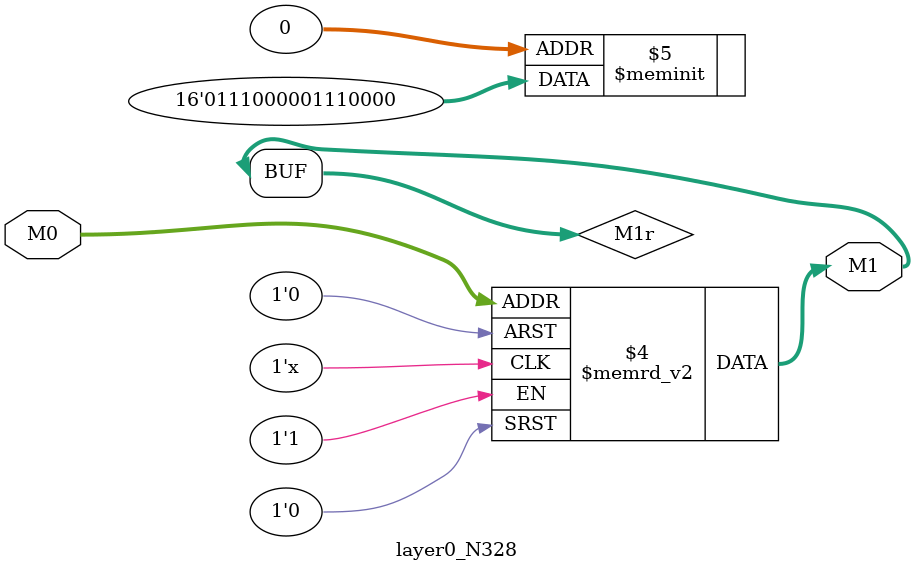
<source format=v>
module layer0_N328 ( input [2:0] M0, output [1:0] M1 );

	(*rom_style = "distributed" *) reg [1:0] M1r;
	assign M1 = M1r;
	always @ (M0) begin
		case (M0)
			3'b000: M1r = 2'b00;
			3'b100: M1r = 2'b00;
			3'b010: M1r = 2'b11;
			3'b110: M1r = 2'b11;
			3'b001: M1r = 2'b00;
			3'b101: M1r = 2'b00;
			3'b011: M1r = 2'b01;
			3'b111: M1r = 2'b01;

		endcase
	end
endmodule

</source>
